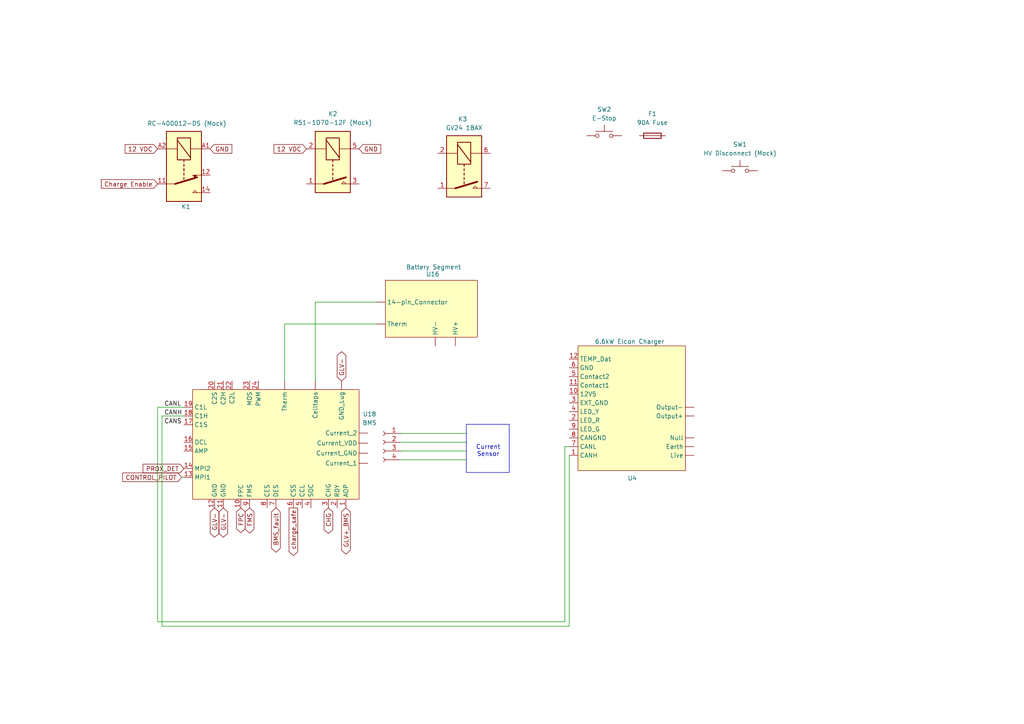
<source format=kicad_sch>
(kicad_sch (version 20250114) (generator "eeschema") (generator_version "9.0")
  (paper "A4")
  (lib_symbols
    (symbol "Accumulator Charging:Conn_01x04_Socket" (pin_names (offset 1.016) (hide yes))
      (property "Reference" "J" (at 0 5.08 0))
      (property "Value" "Conn_01x04_Socket" (at 0 -7.62 0))
      (symbol "Conn_01x04_Socket_1_1"
        (polyline (pts (xy -1.27 2.54) (xy -0.508 2.54)) (stroke (width 0.1524)))
        (polyline (pts (xy -1.27 0) (xy -0.508 0)) (stroke (width 0.1524)))
        (polyline (pts (xy -1.27 -2.54) (xy -0.508 -2.54)) (stroke (width 0.1524)))
        (polyline (pts (xy -1.27 -5.08) (xy -0.508 -5.08)) (stroke (width 0.1524)))
        (arc (start 0 2.032) (mid -0.5058 2.54) (end 0 3.048) (stroke (width 0.1524)))
        (arc (start 0 -0.508) (mid -0.5058 0) (end 0 0.508) (stroke (width 0.1524)))
        (arc (start 0 -3.048) (mid -0.5058 -2.54) (end 0 -2.032) (stroke (width 0.1524)))
        (arc (start 0 -5.588) (mid -0.5058 -5.08) (end 0 -4.572) (stroke (width 0.1524)))
        (pin passive line (at -5.08 2.54 0) (length 3.81) (name "Pin_1") (number "1"))
        (pin passive line (at -5.08 0 0) (length 3.81) (name "Pin_2") (number "2"))
        (pin passive line (at -5.08 -2.54 0) (length 3.81) (name "Pin_3") (number "3"))
        (pin passive line (at -5.08 -5.08 0) (length 3.81) (name "Pin_4") (number "4"))
      )
    )
    (symbol "Accumulator Charging:DIPxx-1Axx-11x"
      (property "Reference" "K" (at 8.89 3.81 0))
      (property "Value" "DIPxx-1Axx-11x" (at 8.89 1.27 0))
      (symbol "DIPxx-1Axx-11x_0_0"
        (polyline (pts (xy 5.08 5.08) (xy 5.08 2.54) (xy 4.445 3.175) (xy 5.08 3.81)))
      )
      (symbol "DIPxx-1Axx-11x_0_1"
        (rectangle (start -10.16 5.08) (end 7.62 -5.08) (stroke (width 0.254)) (fill (type background)))
        (rectangle (start -8.255 1.905) (end -1.905 -1.905) (stroke (width 0.254)))
        (polyline (pts (xy -7.62 -1.905) (xy -2.54 1.905)) (stroke (width 0.254)))
        (polyline (pts (xy -5.08 5.08) (xy -5.08 1.905)))
        (polyline (pts (xy -5.08 -5.08) (xy -5.08 -1.905)))
        (polyline (pts (xy -1.905 0) (xy -1.27 0)) (stroke (width 0.254)))
        (polyline (pts (xy -0.635 0) (xy 0 0)) (stroke (width 0.254)))
        (polyline (pts (xy 0.635 0) (xy 1.27 0)) (stroke (width 0.254)))
        (polyline (pts (xy 1.905 0) (xy 2.54 0)) (stroke (width 0.254)))
        (polyline (pts (xy 3.175 0) (xy 3.81 0)) (stroke (width 0.254)))
        (polyline (pts (xy 5.08 -2.54) (xy 3.175 3.81)) (stroke (width 0.508)))
        (polyline (pts (xy 5.08 -2.54) (xy 5.08 -5.08)))
      )
      (symbol "DIPxx-1Axx-11x_1_1"
        (pin passive line (at -5.08 7.62 270) (length 2.54) (name "~") (number "6"))
        (pin passive line (at -5.08 -7.62 90) (length 2.54) (name "~") (number "2"))
        (pin passive line (at 5.08 7.62 270) (length 2.54) (name "~") (number "7"))
        (pin passive line (at 5.08 7.62 270) (length 2.54) (hide yes) (name "~") (number "8"))
        (pin passive line (at 5.08 -7.62 90) (length 2.54) (name "~") (number "1"))
        (pin passive line (at 5.08 -7.62 90) (length 2.54) (hide yes) (name "~") (number "14"))
      )
    )
    (symbol "BMS_1"
      (property "Reference" "U18" (at 8.2902 -1.27 90))
      (property "Value" "BMS" (at 5.7502 -1.27 90))
      (symbol "BMS_1_0_1"
        (rectangle (start -16.383 50.038) (end 15.367 1.778) (fill (type background)))
      )
      (symbol "BMS_1_1_1"
        (pin bidirectional line (at -18.923 43.688 0) (length 2.54) (name "GND") (number "12"))
        (pin bidirectional line (at -18.923 41.148 0) (length 2.54) (name "GND") (number "11"))
        (pin input line (at -18.923 36.068 0) (length 2.54) (name "FPC") (number "10"))
        (pin input line (at -18.923 33.528 0) (length 2.54) (name "FMS") (number "9"))
        (pin output line (at -18.923 28.448 0) (length 2.54) (name "CES") (number "8"))
        (pin output line (at -18.923 25.908 0) (length 2.54) (name "DES") (number "7"))
        (pin output line (at -18.923 20.828 0) (length 2.54) (name "CSS") (number "6"))
        (pin output line (at -18.923 18.288 0) (length 2.54) (name "CCL") (number "5"))
        (pin output line (at -18.923 15.748 0) (length 2.54) (name "SOC") (number "4"))
        (pin power_in line (at -18.923 10.668 0) (length 2.54) (name "CHG") (number "3"))
        (pin power_in line (at -18.923 8.128 0) (length 2.54) (name "RDY") (number "2"))
        (pin power_in line (at -18.923 5.588 0) (length 2.54) (name "AOP") (number "1"))
        (pin input line (at -10.033 52.578 270) (length 2.54) (name "MPI1") (number "13"))
        (pin input line (at -7.493 52.578 270) (length 2.54) (name "MPI2") (number "14"))
        (pin input line (at -5.969 -0.762 90) (length 2.54) (name "Current_1") (number ""))
        (pin input line (at -3.048 -0.762 90) (length 2.54) (name "Current_GND") (number ""))
        (pin output line (at -2.413 52.578 270) (length 2.54) (name "AMP") (number "15"))
        (pin input line (at -0.127 -0.762 90) (length 2.54) (name "Current_VDD") (number ""))
        (pin output line (at 0.127 52.578 270) (length 2.54) (name "DCL") (number "16"))
        (pin input line (at 2.794 -0.762 90) (length 2.54) (name "Current_2") (number ""))
        (pin bidirectional line (at 5.207 52.578 270) (length 2.54) (name "C1S") (number "17"))
        (pin bidirectional line (at 7.747 52.578 270) (length 2.54) (name "C1H") (number "18"))
        (pin bidirectional line (at 10.287 52.578 270) (length 2.54) (name "C1L") (number "19"))
        (pin bidirectional line (at 17.907 43.688 180) (length 2.54) (name "C2S") (number "20"))
        (pin bidirectional line (at 17.907 41.148 180) (length 2.54) (name "C2H") (number "21"))
        (pin bidirectional line (at 17.907 38.608 180) (length 2.54) (name "C2L") (number "22"))
        (pin output line (at 17.907 33.528 180) (length 2.54) (name "MOS") (number "23"))
        (pin output line (at 17.907 30.988 180) (length 2.54) (name "PWM") (number "24"))
        (pin bidirectional line (at 17.907 23.368 180) (length 2.54) (name "Therm") (number ""))
        (pin bidirectional line (at 17.907 14.478 180) (length 2.54) (name "Celltaps") (number ""))
        (pin bidirectional line (at 17.907 6.858 180) (length 2.54) (name "GND_Lug") (number ""))
      )
    )
    (symbol "Battery_1"
      (property "Reference" "U16" (at -1.778 2.032 0))
      (property "Value" "Battery Segment" (at 0 0 0))
      (symbol "Battery_1_0_1"
        (rectangle (start -12.7 20.32) (end 13.97 3.81) (fill (type background)))
      )
      (symbol "Battery_1_1_1"
        (pin bidirectional line (at -6.35 22.86 270) (length 2.54) (name "HV+") (number ""))
        (pin bidirectional line (at -0.508 22.86 270) (length 2.54) (name "HV-") (number ""))
        (pin bidirectional line (at 16.51 16.51 180) (length 2.54) (name "Therm") (number ""))
        (pin bidirectional line (at 16.51 10.16 180) (length 2.54) (name "14-pin_Connector") (number ""))
      )
    )
    (symbol "Device:Fuse" (pin_numbers (hide yes)) (pin_names (offset 0))
      (property "Reference" "F" (at 2.032 0 90))
      (property "Value" "Fuse" (at -1.905 0 90))
      (symbol "Fuse_0_1"
        (rectangle (start -0.762 -2.54) (end 0.762 2.54) (stroke (width 0.254)))
        (polyline (pts (xy 0 2.54) (xy 0 -2.54)))
      )
      (symbol "Fuse_1_1"
        (pin passive line (at 0 3.81 270) (length 1.27) (name "~") (number "1"))
        (pin passive line (at 0 -3.81 90) (length 1.27) (name "~") (number "2"))
      )
    )
    (symbol "Elcon_1"
      (property "Reference" "U8" (at 0.3175 21.082 0))
      (property "Value" "~" (at 0 0 0))
      (symbol "Elcon_1_0_1"
        (rectangle (start -15.24 59.055) (end 15.875 22.86) (fill (type background)))
      )
      (symbol "Elcon_1_1_1"
        (pin input line (at -17.78 54.61 0) (length 2.54) (name "Live") (number ""))
        (pin input line (at -17.78 52.07 0) (length 2.54) (name "Earth") (number ""))
        (pin input line (at -17.78 49.53 0) (length 2.54) (name "Null") (number ""))
        (pin input line (at -17.78 43.18 0) (length 2.54) (name "Output+") (number ""))
        (pin input line (at -17.78 40.64 0) (length 2.54) (name "Output-") (number ""))
        (pin input line (at 18.415 54.61 180) (length 2.54) (name "CANH") (number "1"))
        (pin input line (at 18.415 52.07 180) (length 2.54) (name "CANL") (number "7"))
        (pin input line (at 18.415 49.53 180) (length 2.54) (name "CANGND") (number "8"))
        (pin input line (at 18.415 46.99 180) (length 2.54) (name "LED_G") (number "9"))
        (pin input line (at 18.415 44.45 180) (length 2.54) (name "LED_R") (number "2"))
        (pin input line (at 18.415 41.91 180) (length 2.54) (name "LED_Y") (number "4"))
        (pin input line (at 18.415 39.37 180) (length 2.54) (name "EXT_GND") (number "3"))
        (pin input line (at 18.415 36.83 180) (length 2.54) (name "12V5") (number "10"))
        (pin input line (at 18.415 34.29 180) (length 2.54) (name "Contact1") (number "11"))
        (pin input line (at 18.415 31.75 180) (length 2.54) (name "Contact2") (number "5"))
        (pin input line (at 18.415 29.21 180) (length 2.54) (name "GND") (number "6"))
        (pin input line (at 18.415 26.67 180) (length 2.54) (name "TEMP_Dat") (number "12"))
      )
    )
    (symbol "Relay:FINDER-36.11"
      (property "Reference" "K" (at 11.43 3.81 0))
      (property "Value" "FINDER-36.11" (at 11.43 1.27 0))
      (symbol "FINDER-36.11_0_0"
        (polyline (pts (xy 2.54 3.81) (xy 2.54 5.08)))
        (polyline (pts (xy 7.62 3.81) (xy 7.62 5.08)))
        (polyline (pts (xy 7.62 3.81) (xy 7.62 2.54) (xy 6.985 3.175) (xy 7.62 3.81)))
      )
      (symbol "FINDER-36.11_0_1"
        (rectangle (start -10.16 5.08) (end 10.16 -5.08) (stroke (width 0.254)) (fill (type background)))
        (rectangle (start -8.255 1.905) (end -1.905 -1.905) (stroke (width 0.254)))
        (polyline (pts (xy -7.62 -1.905) (xy -2.54 1.905)) (stroke (width 0.254)))
        (polyline (pts (xy -5.08 5.08) (xy -5.08 1.905)))
        (polyline (pts (xy -5.08 -5.08) (xy -5.08 -1.905)))
        (polyline (pts (xy -1.905 0) (xy -1.27 0)) (stroke (width 0.254)))
        (polyline (pts (xy -0.635 0) (xy 0 0)) (stroke (width 0.254)))
        (polyline (pts (xy 0.635 0) (xy 1.27 0)) (stroke (width 0.254)))
        (polyline (pts (xy 0.635 0) (xy 1.27 0)) (stroke (width 0.254)))
        (polyline (pts (xy 1.905 0) (xy 2.54 0)) (stroke (width 0.254)))
        (polyline (pts (xy 2.54 2.54) (xy 2.54 3.81) (xy 2.54 2.54) (xy 2.54 2.54) (xy 3.175 3.175) (xy 2.54 3.81)) (fill (type outline)))
        (polyline (pts (xy 3.175 0) (xy 3.81 0)) (stroke (width 0.254)))
        (polyline (pts (xy 5.08 -2.54) (xy 3.175 3.81)) (stroke (width 0.508)))
        (polyline (pts (xy 5.08 -2.54) (xy 5.08 -5.08)))
      )
      (symbol "FINDER-36.11_1_1"
        (pin passive line (at -5.08 7.62 270) (length 2.54) (name "~") (number "A1"))
        (pin passive line (at -5.08 -7.62 90) (length 2.54) (name "~") (number "A2"))
        (pin passive line (at 2.54 7.62 270) (length 2.54) (name "~") (number "12"))
        (pin passive line (at 5.08 -7.62 90) (length 2.54) (name "~") (number "11"))
        (pin passive line (at 7.62 7.62 270) (length 2.54) (name "~") (number "14"))
      )
    )
    (symbol "Relay:SANYOU_SRD_Form_A"
      (property "Reference" "K" (at 8.89 3.81 0))
      (property "Value" "SANYOU_SRD_Form_A" (at 8.89 1.27 0))
      (symbol "SANYOU_SRD_Form_A_0_0"
        (polyline (pts (xy 5.08 5.08) (xy 5.08 2.54) (xy 4.445 3.175) (xy 5.08 3.81)))
      )
      (symbol "SANYOU_SRD_Form_A_0_1"
        (rectangle (start -10.16 5.08) (end 7.62 -5.08) (stroke (width 0.254)) (fill (type background)))
        (rectangle (start -8.255 1.905) (end -1.905 -1.905) (stroke (width 0.254)))
        (polyline (pts (xy -7.62 -1.905) (xy -2.54 1.905)) (stroke (width 0.254)))
        (polyline (pts (xy -5.08 5.08) (xy -5.08 1.905)))
        (polyline (pts (xy -5.08 -5.08) (xy -5.08 -1.905)))
        (polyline (pts (xy -1.905 0) (xy -1.27 0)) (stroke (width 0.254)))
        (polyline (pts (xy -0.635 0) (xy 0 0)) (stroke (width 0.254)))
        (polyline (pts (xy 0.635 0) (xy 1.27 0)) (stroke (width 0.254)))
        (polyline (pts (xy 1.905 0) (xy 2.54 0)) (stroke (width 0.254)))
        (polyline (pts (xy 3.175 0) (xy 3.81 0)) (stroke (width 0.254)))
        (polyline (pts (xy 5.08 -2.54) (xy 3.175 3.81)) (stroke (width 0.508)))
        (polyline (pts (xy 5.08 -2.54) (xy 5.08 -5.08)))
      )
      (symbol "SANYOU_SRD_Form_A_1_1"
        (pin passive line (at -5.08 7.62 270) (length 2.54) (name "~") (number "5"))
        (pin passive line (at -5.08 -7.62 90) (length 2.54) (name "~") (number "2"))
        (pin passive line (at 5.08 7.62 270) (length 2.54) (name "~") (number "3"))
        (pin passive line (at 5.08 -7.62 90) (length 2.54) (name "~") (number "1"))
      )
    )
    (symbol "Switch:SW_Push" (pin_numbers (hide yes)) (pin_names (offset 1.016) (hide yes))
      (property "Reference" "SW" (at 1.27 2.54 0))
      (property "Value" "SW_Push" (at 0 -1.524 0))
      (symbol "SW_Push_0_1"
        (circle (center -2.032 0) (radius 0.508))
        (polyline (pts (xy 0 1.27) (xy 0 3.048)))
        (circle (center 2.032 0) (radius 0.508))
        (polyline (pts (xy 2.54 1.27) (xy -2.54 1.27)))
        (pin passive line (at -5.08 0 0) (length 2.54) (name "1") (number "1"))
        (pin passive line (at 5.08 0 180) (length 2.54) (name "2") (number "2"))
      )
    )
  )
  (rectangle (start 135.255 123.063) (end 147.701 137.033))
  (text "Current\nSensor" (at 141.605 130.81 0) (effects (font (size 1.27 1.27))))
  (wire (pts (xy 91.44 110.49) (xy 91.44 87.63)))
  (wire (pts (xy 46.99 120.65) (xy 53.34 120.65)))
  (wire (pts (xy 116.205 128.27) (xy 135.255 128.27)))
  (wire (pts (xy 46.99 120.65) (xy 46.99 181.61)))
  (wire (pts (xy 165.1 129.54) (xy 163.83 129.54)))
  (wire (pts (xy 82.55 110.49) (xy 82.55 93.98)))
  (wire (pts (xy 163.83 180.34) (xy 45.72 180.34)))
  (wire (pts (xy 116.205 133.35) (xy 135.255 133.35)))
  (wire (pts (xy 91.44 87.63) (xy 109.22 87.63)))
  (wire (pts (xy 116.205 125.73) (xy 135.255 125.73)))
  (wire (pts (xy 45.72 180.34) (xy 45.72 118.11)))
  (wire (pts (xy 46.99 181.61) (xy 165.1 181.61)))
  (wire (pts (xy 82.55 93.98) (xy 109.22 93.98)))
  (wire (pts (xy 116.205 130.81) (xy 135.255 130.81)))
  (wire (pts (xy 45.72 118.11) (xy 53.34 118.11)))
  (wire (pts (xy 163.83 129.54) (xy 163.83 180.34)))
  (wire (pts (xy 53.34 138.43) (xy 52.705 138.43)))
  (wire (pts (xy 165.1 181.61) (xy 165.1 132.08)))
  (label "CANS" (at 47.625 123.19 0))
  (label "CANH" (at 47.625 120.65 0))
  (label "CANL" (at 47.625 118.11 0))
  (global_label "FMS" (shape bidirectional) (at 72.39 147.32 270) (property "Intersheetrefs" "${INTERSHEET_REFS}" (effects (hide yes))))
  (global_label "12 VDC" (shape input) (at 45.72 43.18 180) (property "Intersheetrefs" "${INTERSHEET_REFS}" (effects (hide yes))))
  (global_label "GLV-" (shape bidirectional) (at 62.23 147.32 270) (property "Intersheetrefs" "${INTERSHEET_REFS}" (effects (hide yes))))
  (global_label "BMS_fault" (shape bidirectional) (at 80.01 147.32 270) (property "Intersheetrefs" "${INTERSHEET_REFS}" (effects (hide yes))))
  (global_label "GLV-" (shape bidirectional) (at 99.06 110.49 90) (property "Intersheetrefs" "${INTERSHEET_REFS}" (effects (hide yes))))
  (global_label "GLV-" (shape bidirectional) (at 64.77 147.32 270) (property "Intersheetrefs" "${INTERSHEET_REFS}" (effects (hide yes))))
  (global_label "charge_safe" (shape output) (at 85.09 147.32 270) (property "Intersheetrefs" "${INTERSHEET_REFS}" (effects (hide yes))))
  (global_label "GND" (shape input) (at 60.96 43.18 0) (property "Intersheetrefs" "${INTERSHEET_REFS}" (effects (hide yes))))
  (global_label "Charge Enable" (shape input) (at 45.72 53.34 180) (property "Intersheetrefs" "${INTERSHEET_REFS}" (effects (hide yes))))
  (global_label "GND" (shape input) (at 104.14 43.18 0) (property "Intersheetrefs" "${INTERSHEET_REFS}" (effects (hide yes))))
  (global_label "CHG" (shape bidirectional) (at 95.25 147.32 270) (property "Intersheetrefs" "${INTERSHEET_REFS}" (effects (hide yes))))
  (global_label "CONTROL_PILOT" (shape input) (at 52.705 138.43 180) (property "Intersheetrefs" "${INTERSHEET_REFS}" (effects (hide yes))))
  (global_label "GLV+_BMS" (shape bidirectional) (at 100.33 147.32 270) (property "Intersheetrefs" "${INTERSHEET_REFS}" (effects (hide yes))))
  (global_label "FPC" (shape bidirectional) (at 69.85 147.32 270) (property "Intersheetrefs" "${INTERSHEET_REFS}" (effects (hide yes))))
  (global_label "PROX_DET" (shape input) (at 53.34 135.89 180) (property "Intersheetrefs" "${INTERSHEET_REFS}" (effects (hide yes))))
  (global_label "12 VDC" (shape input) (at 88.9 43.18 180) (property "Intersheetrefs" "${INTERSHEET_REFS}" (effects (hide yes))))
  (symbol (lib_id "Switch:SW_Push") (at 175.26 39.37 0) (unit 1)
    (property "Reference" "SW2" (at 175.26 31.75 0))
    (property "Value" "E-Stop" (at 175.26 34.29 0))
    (property "Description" "Push button switch, generic, two pins" (effects (hide yes)))
  )
  (symbol (lib_name "BMS_1") (lib_id "Accumulator Charging:BMS") (at 105.918 128.397 90) (unit 1)
    (property "Reference" "U18" (at 107.188 120.1068 90))
    (property "Value" "BMS" (at 107.188 122.6468 90))
  )
  (symbol (lib_id "Accumulator Charging:DIPxx-1Axx-11x") (at 134.62 49.53 270) (unit 1)
    (property "Reference" "K3" (at 132.842 34.544 90) (effects (justify left)))
    (property "Value" "GV24 1BAX" (at 129.286 37.084 90) (effects (justify left)))
    (property "Footprint" "Relay_THT:Relay_StandexMeder_DIP_LowProfile" (effects (hide yes)))
    (property "Datasheet" "https://www.sensata.com/sites/default/files/a/sensata-gigavac-gv24-sereies-800v-contactors-datasheet.pdf" (effects (hide yes)))
  )
  (symbol (lib_id "Switch:SW_Push") (at 214.63 49.53 0) (unit 1)
    (property "Reference" "SW1" (at 214.63 41.91 0))
    (property "Value" "HV Disconnect (Mock)" (at 214.63 44.45 0))
    (property "Description" "Push button switch, generic, two pins" (effects (hide yes)))
  )
  (symbol (lib_name "Elcon_1") (lib_id "Accumulator Charging:Elcon") (at 183.515 77.47 180) (unit 1)
    (property "Reference" "U4" (at 183.388 138.684 0))
    (property "Value" "6.6kW Elcon Charger" (at 182.626 99.06 0))
    (property "Datasheet" "https://drive.google.com/file/d/1VmoDZTyT_GKdlcjNlQDRAciwgWTCW6jb/view" (effects (hide yes)))
  )
  (symbol (lib_id "Device:Fuse") (at 189.23 39.37 270) (unit 1)
    (property "Reference" "F1" (at 189.23 33.02 90))
    (property "Value" "90A Fuse" (at 189.23 35.56 90))
    (property "Description" "Fuse" (effects (hide yes)))
  )
  (symbol (lib_name "Battery_1") (lib_id "Accumulator Charging:Battery") (at 125.73 77.47 180) (unit 1)
    (property "Reference" "U16" (at 127.508 79.502 0) (effects (justify left)))
    (property "Value" "Battery Segment" (at 125.73 77.47 0))
  )
  (symbol (lib_id "Relay:SANYOU_SRD_Form_A") (at 96.52 48.26 270) (unit 1)
    (property "Reference" "K2" (at 96.52 33.02 90))
    (property "Value" "R51−1D70−12F (Mock)" (at 96.52 35.56 90))
    (property "Footprint" "Relay_THT:Relay_SPST_SANYOU_SRD_Series_Form_A" (effects (hide yes)))
    (property "Datasheet" "http://www.sanyourelay.ca/public/products/pdf/SRD.pdf" (effects (hide yes)))
    (property "Description" "Sanyo SRD relay, Single Pole Miniature Power Relay, Closing Contact" (effects (hide yes)))
  )
  (symbol (lib_id "Accumulator Charging:Conn_01x04_Socket") (at 111.125 128.27 0) (mirror y) (unit 1)
    (property "Reference" "J20" (effects (hide yes)))
    (property "Value" "??? can't find PN" (effects (hide yes)))
    (property "Description" "Generic connector, single row, 01x04, script generated" (effects (hide yes)))
  )
  (symbol (lib_id "Relay:FINDER-36.11") (at 53.34 48.26 270) (unit 1)
    (property "Reference" "K1" (at 52.578 59.944 90) (effects (justify left)))
    (property "Value" "RC-400012-DS (Mock)" (at 42.672 35.814 90) (effects (justify left)))
    (property "Footprint" "Relay_THT:Relay_SPDT_Finder_36.11" (effects (hide yes)))
    (property "Datasheet" "https://gfinder.findernet.com/public/attachments/36/EN/S36EN.pdf" (effects (hide yes)))
    (property "Description" "FINDER 36.11, SPDT relay, 10A" (effects (hide yes)))
  )
)
</source>
